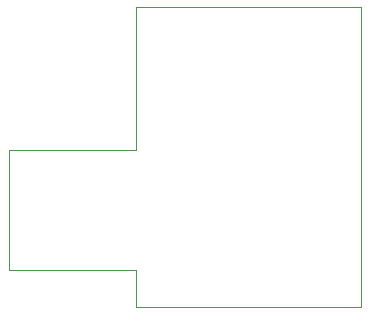
<source format=gbp>
G75*
%MOIN*%
%OFA0B0*%
%FSLAX25Y25*%
%IPPOS*%
%LPD*%
%AMOC8*
5,1,8,0,0,1.08239X$1,22.5*
%
%ADD10C,0.00000*%
D10*
X0001000Y0013500D02*
X0043500Y0013500D01*
X0043500Y0001000D01*
X0118421Y0001000D01*
X0118421Y0100951D01*
X0118500Y0101000D02*
X0043500Y0101000D01*
X0043500Y0053500D01*
X0001000Y0053500D01*
X0001000Y0013500D01*
M02*

</source>
